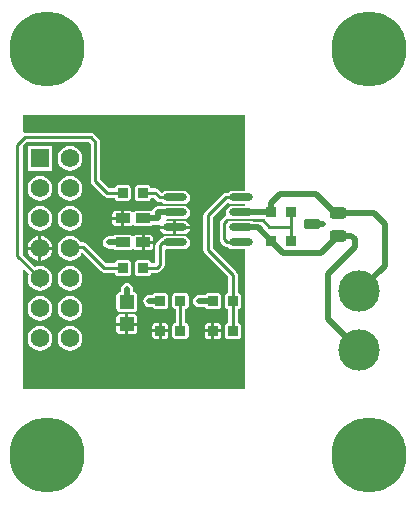
<source format=gtl>
%FSLAX24Y24*%
%MOIN*%
%SFA1B1*%

%IPPOS*%
%AMD10*
4,1,8,0.015000,0.017700,-0.015000,0.017700,-0.016700,0.016000,-0.016700,-0.016000,-0.015000,-0.017700,0.015000,-0.017700,0.016700,-0.016000,0.016700,0.016000,0.015000,0.017700,0.0*
1,1,0.003400,0.015000,0.016000*
1,1,0.003400,-0.015000,0.016000*
1,1,0.003400,-0.015000,-0.016000*
1,1,0.003400,0.015000,-0.016000*
%
%AMD12*
4,1,8,0.022000,0.015700,-0.022000,0.015700,-0.023600,0.014100,-0.023600,-0.014100,-0.022000,-0.015700,0.022000,-0.015700,0.023600,-0.014100,0.023600,0.014100,0.022000,0.015700,0.0*
1,1,0.003200,0.022000,0.014100*
1,1,0.003200,-0.022000,0.014100*
1,1,0.003200,-0.022000,-0.014100*
1,1,0.003200,0.022000,-0.014100*
%
%AMD13*
4,1,8,-0.024600,0.021200,-0.024600,-0.021200,-0.022200,-0.023600,0.022200,-0.023600,0.024600,-0.021200,0.024600,0.021200,0.022200,0.023600,-0.022200,0.023600,-0.024600,0.021200,0.0*
1,1,0.004800,-0.022200,0.021200*
1,1,0.004800,-0.022200,-0.021200*
1,1,0.004800,0.022200,-0.021200*
1,1,0.004800,0.022200,0.021200*
%
%AMD14*
4,1,8,-0.027500,0.008800,-0.027500,-0.008800,-0.018600,-0.017700,0.018600,-0.017700,0.027500,-0.008800,0.027500,0.008800,0.018600,0.017700,-0.018600,0.017700,-0.027500,0.008800,0.0*
1,1,0.017800,-0.018600,0.008800*
1,1,0.017800,-0.018600,-0.008800*
1,1,0.017800,0.018600,-0.008800*
1,1,0.017800,0.018600,0.008800*
%
%AMD15*
4,1,8,-0.027500,0.009900,-0.027500,-0.009900,-0.017700,-0.019700,0.017700,-0.019700,0.027500,-0.009900,0.027500,0.009900,0.017700,0.019700,-0.017700,0.019700,-0.027500,0.009900,0.0*
1,1,0.019600,-0.017700,0.009900*
1,1,0.019600,-0.017700,-0.009900*
1,1,0.019600,0.017700,-0.009900*
1,1,0.019600,0.017700,0.009900*
%
%AMD16*
4,1,8,-0.027500,0.009900,-0.027500,-0.009900,-0.017700,-0.019700,0.017700,-0.019700,0.027500,-0.009900,0.027500,0.009900,0.017700,0.019700,-0.017700,0.019700,-0.027500,0.009900,0.0*
1,1,0.019600,-0.017700,0.009900*
1,1,0.019600,-0.017700,-0.009900*
1,1,0.019600,0.017700,-0.009900*
1,1,0.019600,0.017700,0.009900*
%
G04~CAMADD=10~8~0.0~0.0~335.0~354.0~17.0~0.0~15~0.0~0.0~0.0~0.0~0~0.0~0.0~0.0~0.0~0~0.0~0.0~0.0~0.0~335.0~354.0*
%ADD10D10*%
%ADD11O,0.080000X0.024000*%
G04~CAMADD=12~8~0.0~0.0~472.0~315.0~16.0~0.0~15~0.0~0.0~0.0~0.0~0~0.0~0.0~0.0~0.0~0~0.0~0.0~0.0~0.0~472.0~315.0*
%ADD12D12*%
G04~CAMADD=13~8~0.0~0.0~472.0~492.0~24.0~0.0~15~0.0~0.0~0.0~0.0~0~0.0~0.0~0.0~0.0~0~0.0~0.0~0.0~90.0~492.0~472.0*
%ADD13D13*%
G04~CAMADD=14~8~0.0~0.0~354.0~551.0~89.0~0.0~15~0.0~0.0~0.0~0.0~0~0.0~0.0~0.0~0.0~0~0.0~0.0~0.0~90.0~550.0~353.0*
%ADD14D14*%
G04~CAMADD=15~8~0.0~0.0~394.0~551.0~98.0~0.0~15~0.0~0.0~0.0~0.0~0~0.0~0.0~0.0~0.0~0~0.0~0.0~0.0~90.0~550.0~393.0*
%ADD15D15*%
G04~CAMADD=16~8~0.0~0.0~394.0~551.0~98.0~0.0~15~0.0~0.0~0.0~0.0~0~0.0~0.0~0.0~0.0~0~0.0~0.0~0.0~90.0~550.0~393.0*
%ADD16D16*%
%ADD17C,0.010000*%
%ADD18C,0.020000*%
%ADD19C,0.006000*%
%ADD20C,0.062000*%
%ADD21R,0.062000X0.062000*%
%ADD22C,0.137800*%
%ADD23C,0.250000*%
%ADD24C,0.015000*%
%LNpcb-1*%
%LPD*%
G36*
X17650Y17874D02*
X17220D01*
X17134Y17857*
X17061Y17809*
X17058Y17803*
X17000*
X16941Y17791*
X16892Y17758*
X16292Y17158*
X16259Y17109*
X16247Y17050*
Y15900*
X16259Y15841*
X16292Y15792*
X17082Y15002*
Y14479*
X17039Y14470*
X17000Y14445*
X16974Y14406*
X16965Y14360*
Y14040*
X16974Y13994*
X17000Y13955*
X17039Y13930*
X17082Y13921*
Y13479*
X17039Y13470*
X17000Y13445*
X16974Y13406*
X16965Y13360*
Y13040*
X16974Y12994*
X17000Y12955*
X17039Y12930*
X17084Y12921*
X17385*
X17431Y12930*
X17469Y12955*
X17495Y12994*
X17504Y13040*
Y13360*
X17495Y13406*
X17469Y13445*
X17431Y13470*
X17388Y13479*
Y13921*
X17431Y13930*
X17469Y13955*
X17495Y13994*
X17504Y14040*
Y14360*
X17495Y14406*
X17469Y14445*
X17431Y14470*
X17388Y14479*
Y15065*
X17376Y15124*
X17343Y15173*
X16553Y15963*
Y16987*
X17058Y17492*
X17061Y17491*
X17134Y17443*
X17220Y17426*
X17650*
Y17374*
X17220*
X17134Y17357*
X17061Y17309*
X17013Y17236*
X16996Y17150*
X17007Y17095*
X16993Y17046*
X16975Y17030*
X16942Y17008*
X16842Y16908*
X16809Y16859*
X16797Y16800*
Y16250*
X16809Y16191*
X16842Y16142*
X16942Y16042*
X16991Y16009*
X17050Y15997*
X17058*
X17061Y15991*
X17134Y15943*
X17220Y15926*
X17650*
Y11250*
X10500*
X10250*
Y15218*
X10296Y15238*
X10423Y15111*
X10401Y15057*
X10386Y14950*
X10401Y14843*
X10442Y14743*
X10508Y14658*
X10593Y14592*
X10693Y14551*
X10800Y14536*
X10907Y14551*
X11007Y14592*
X11092Y14658*
X11158Y14743*
X11199Y14843*
X11214Y14950*
X11199Y15057*
X11158Y15157*
X11092Y15242*
X11007Y15308*
X10907Y15349*
X10800Y15364*
X10693Y15349*
X10639Y15327*
X10250Y15716*
Y19384*
X10363Y19497*
X12437*
X12497Y19437*
Y18200*
X12509Y18141*
X12542Y18092*
X12942Y17692*
X12991Y17659*
X13050Y17647*
X13286*
Y17640*
X13295Y17594*
X13321Y17555*
X13359Y17530*
X13405Y17521*
X13706*
X13752Y17530*
X13790Y17555*
X13816Y17594*
X13825Y17640*
Y17960*
X13816Y18006*
X13790Y18045*
X13752Y18070*
X13706Y18079*
X13405*
X13359Y18070*
X13321Y18045*
X13295Y18006*
X13286Y17960*
Y17953*
X13113*
X12803Y18263*
Y19500*
X12791Y19559*
X12758Y19608*
X12608Y19758*
X12559Y19791*
X12500Y19803*
X10300*
X10250Y19844*
Y20400*
X17650*
Y17874*
G37*
%LNpcb-2*%
%LPC*%
G36*
X11210Y19360D02*
X10390D01*
Y18540*
X11210*
Y19360*
G37*
G36*
X11800Y19364D02*
X11693Y19349D01*
X11593Y19308*
X11508Y19242*
X11442Y19157*
X11401Y19057*
X11386Y18950*
X11401Y18843*
X11442Y18743*
X11508Y18658*
X11593Y18592*
X11693Y18551*
X11800Y18536*
X11907Y18551*
X12007Y18592*
X12092Y18658*
X12158Y18743*
X12199Y18843*
X12214Y18950*
X12199Y19057*
X12158Y19157*
X12092Y19242*
X12007Y19308*
X11907Y19349*
X11800Y19364*
G37*
G36*
Y18364D02*
X11693Y18349D01*
X11593Y18308*
X11508Y18242*
X11442Y18157*
X11401Y18057*
X11386Y17950*
X11401Y17843*
X11442Y17743*
X11508Y17658*
X11593Y17592*
X11693Y17551*
X11800Y17536*
X11907Y17551*
X12007Y17592*
X12092Y17658*
X12158Y17743*
X12199Y17843*
X12214Y17950*
X12199Y18057*
X12158Y18157*
X12092Y18242*
X12007Y18308*
X11907Y18349*
X11800Y18364*
G37*
G36*
X10800D02*
X10693Y18349D01*
X10593Y18308*
X10508Y18242*
X10442Y18157*
X10401Y18057*
X10386Y17950*
X10401Y17843*
X10442Y17743*
X10508Y17658*
X10593Y17592*
X10693Y17551*
X10800Y17536*
X10907Y17551*
X11007Y17592*
X11092Y17658*
X11158Y17743*
X11199Y17843*
X11214Y17950*
X11199Y18057*
X11158Y18157*
X11092Y18242*
X11007Y18308*
X10907Y18349*
X10800Y18364*
G37*
G36*
X14375Y18079D02*
X14074D01*
X14029Y18070*
X13990Y18045*
X13964Y18006*
X13955Y17960*
Y17640*
X13964Y17594*
X13990Y17555*
X14029Y17530*
X14074Y17521*
X14375*
X14421Y17530*
X14460Y17555*
X14485Y17594*
X14494Y17640*
Y17647*
X14587*
X14692Y17542*
X14741Y17509*
X14800Y17497*
X14858*
X14861Y17491*
X14934Y17443*
X15020Y17426*
X15580*
X15666Y17443*
X15739Y17491*
X15787Y17564*
X15804Y17650*
X15787Y17736*
X15739Y17809*
X15666Y17857*
X15580Y17874*
X15020*
X14934Y17857*
X14861Y17809*
X14858Y17808*
X14758Y17908*
X14709Y17941*
X14650Y17953*
X14494*
Y17960*
X14485Y18006*
X14460Y18045*
X14421Y18070*
X14375Y18079*
G37*
G36*
X15580Y17374D02*
X15020D01*
X14934Y17357*
X14929Y17354*
X14750*
X14672Y17338*
X14606Y17294*
X14562Y17228*
X14561Y17227*
X14510Y17201*
X14465Y17210*
X14024*
X13979Y17201*
X13941Y17175*
X13928Y17157*
X13872*
X13859Y17175*
X13821Y17201*
X13776Y17210*
X13606*
Y16950*
Y16690*
X13776*
X13821Y16699*
X13859Y16725*
X13872Y16743*
X13928*
X13941Y16725*
X13979Y16699*
X14024Y16690*
X14465*
X14510Y16699*
X14548Y16725*
X14563Y16746*
X14750*
X14766Y16749*
X14807Y16706*
X14806Y16700*
X15250*
Y16874*
X15027*
X15013Y16880*
X15005Y16887*
X14996Y16904*
X15020Y16926*
X15580*
X15666Y16943*
X15739Y16991*
X15787Y17064*
X15804Y17150*
X15787Y17236*
X15739Y17309*
X15666Y17357*
X15580Y17374*
G37*
G36*
X13506Y17210D02*
X13335D01*
X13290Y17201*
X13252Y17175*
X13226Y17137*
X13217Y17092*
Y17000*
X13506*
Y17210*
G37*
G36*
X15580Y16874D02*
X15350D01*
Y16700*
X15794*
X15787Y16736*
X15739Y16809*
X15666Y16857*
X15580Y16874*
G37*
G36*
X13506Y16900D02*
X13217D01*
Y16808*
X13226Y16763*
X13252Y16725*
X13290Y16699*
X13335Y16690*
X13506*
Y16900*
G37*
G36*
X11800Y17364D02*
X11693Y17349D01*
X11593Y17308*
X11508Y17242*
X11442Y17157*
X11401Y17057*
X11386Y16950*
X11401Y16843*
X11442Y16743*
X11508Y16658*
X11593Y16592*
X11693Y16551*
X11800Y16536*
X11907Y16551*
X12007Y16592*
X12092Y16658*
X12158Y16743*
X12199Y16843*
X12214Y16950*
X12199Y17057*
X12158Y17157*
X12092Y17242*
X12007Y17308*
X11907Y17349*
X11800Y17364*
G37*
G36*
X10800D02*
X10693Y17349D01*
X10593Y17308*
X10508Y17242*
X10442Y17157*
X10401Y17057*
X10386Y16950*
X10401Y16843*
X10442Y16743*
X10508Y16658*
X10593Y16592*
X10693Y16551*
X10800Y16536*
X10907Y16551*
X11007Y16592*
X11092Y16658*
X11158Y16743*
X11199Y16843*
X11214Y16950*
X11199Y17057*
X11158Y17157*
X11092Y17242*
X11007Y17308*
X10907Y17349*
X10800Y17364*
G37*
G36*
X15794Y16600D02*
X15350D01*
Y16426*
X15580*
X15666Y16443*
X15739Y16491*
X15787Y16564*
X15794Y16600*
G37*
G36*
X15250D02*
X14806D01*
X14813Y16564*
X14861Y16491*
X14934Y16443*
X15020Y16426*
X15250*
Y16600*
G37*
G36*
X14194Y16410D02*
X14024D01*
X13979Y16401*
X13941Y16375*
X13928Y16357*
X13872*
X13859Y16375*
X13821Y16401*
X13776Y16410*
X13335*
X13290Y16401*
X13252Y16375*
X13237Y16354*
X13100*
X13022Y16338*
X12956Y16294*
X12912Y16228*
X12896Y16150*
X12912Y16072*
X12956Y16006*
X13022Y15962*
X13100Y15946*
X13237*
X13252Y15925*
X13290Y15899*
X13335Y15890*
X13776*
X13821Y15899*
X13859Y15925*
X13872Y15943*
X13928*
X13941Y15925*
X13979Y15899*
X14024Y15890*
X14194*
Y16150*
Y16410*
G37*
G36*
X14465D02*
X14294D01*
Y16200*
X14583*
Y16292*
X14574Y16337*
X14548Y16375*
X14510Y16401*
X14465Y16410*
G37*
G36*
X10850Y16357D02*
Y16000D01*
X11207*
X11199Y16057*
X11158Y16157*
X11092Y16242*
X11007Y16308*
X10907Y16349*
X10850Y16357*
G37*
G36*
X10750D02*
X10693Y16349D01*
X10593Y16308*
X10508Y16242*
X10442Y16157*
X10401Y16057*
X10393Y16000*
X10750*
Y16357*
G37*
G36*
X15580Y16374D02*
X15020D01*
X14934Y16357*
X14861Y16309*
X14851Y16294*
X14840Y16291*
X14790Y16258*
X14692Y16160*
X14659Y16110*
X14647Y16051*
Y15463*
X14637Y15453*
X14504*
Y15460*
X14495Y15506*
X14469Y15545*
X14431Y15570*
X14385Y15579*
X14084*
X14039Y15570*
X14000Y15545*
X13974Y15506*
X13965Y15460*
Y15140*
X13974Y15094*
X14000Y15055*
X14039Y15030*
X14084Y15021*
X14385*
X14431Y15030*
X14469Y15055*
X14495Y15094*
X14504Y15140*
Y15147*
X14700*
X14759Y15159*
X14808Y15192*
X14908Y15292*
X14941Y15341*
X14953Y15400*
Y15900*
X14992Y15931*
X15020Y15926*
X15580*
X15666Y15943*
X15739Y15991*
X15787Y16064*
X15804Y16150*
X15787Y16236*
X15739Y16309*
X15666Y16357*
X15580Y16374*
G37*
G36*
X14583Y16100D02*
X14294D01*
Y15890*
X14465*
X14510Y15899*
X14548Y15925*
X14574Y15963*
X14583Y16008*
Y16100*
G37*
G36*
X11207Y15900D02*
X10850D01*
Y15543*
X10907Y15551*
X11007Y15592*
X11092Y15658*
X11158Y15743*
X11199Y15843*
X11207Y15900*
G37*
G36*
X10750D02*
X10393D01*
X10401Y15843*
X10442Y15743*
X10508Y15658*
X10593Y15592*
X10693Y15551*
X10750Y15543*
Y15900*
G37*
G36*
X11800Y16364D02*
X11693Y16349D01*
X11593Y16308*
X11508Y16242*
X11442Y16157*
X11401Y16057*
X11386Y15950*
X11401Y15843*
X11442Y15743*
X11508Y15658*
X11593Y15592*
X11693Y15551*
X11800Y15536*
X11907Y15551*
X12007Y15592*
X12092Y15658*
X12158Y15743*
X12180Y15795*
X12229Y15805*
X12842Y15192*
X12891Y15159*
X12950Y15147*
X13296*
Y15140*
X13305Y15094*
X13331Y15055*
X13369Y15030*
X13415Y15021*
X13716*
X13761Y15030*
X13800Y15055*
X13826Y15094*
X13835Y15140*
Y15460*
X13826Y15506*
X13800Y15545*
X13761Y15570*
X13716Y15579*
X13415*
X13369Y15570*
X13331Y15545*
X13305Y15506*
X13296Y15460*
Y15453*
X13013*
X12358Y16108*
X12309Y16141*
X12250Y16153*
X12160*
X12158Y16157*
X12092Y16242*
X12007Y16308*
X11907Y16349*
X11800Y16364*
G37*
G36*
Y15364D02*
X11693Y15349D01*
X11593Y15308*
X11508Y15242*
X11442Y15157*
X11401Y15057*
X11386Y14950*
X11401Y14843*
X11442Y14743*
X11508Y14658*
X11593Y14592*
X11693Y14551*
X11800Y14536*
X11907Y14551*
X12007Y14592*
X12092Y14658*
X12158Y14743*
X12199Y14843*
X12214Y14950*
X12199Y15057*
X12158Y15157*
X12092Y15242*
X12007Y15308*
X11907Y15349*
X11800Y15364*
G37*
G36*
X16716Y14479D02*
X16415D01*
X16369Y14470*
X16331Y14445*
X16305Y14406*
X16304Y14404*
X16100*
X16022Y14388*
X15956Y14344*
X15912Y14278*
X15896Y14200*
X15912Y14122*
X15956Y14056*
X16022Y14012*
X16100Y13996*
X16304*
X16305Y13994*
X16331Y13955*
X16369Y13930*
X16415Y13921*
X16716*
X16761Y13930*
X16800Y13955*
X16826Y13994*
X16835Y14040*
Y14360*
X16826Y14406*
X16800Y14445*
X16761Y14470*
X16716Y14479*
G37*
G36*
X14966D02*
X14665D01*
X14619Y14470*
X14581Y14445*
X14555Y14406*
X14554Y14404*
X14450*
X14372Y14388*
X14306Y14344*
X14262Y14278*
X14246Y14200*
X14262Y14122*
X14306Y14056*
X14372Y14012*
X14450Y13996*
X14554*
X14555Y13994*
X14581Y13955*
X14619Y13930*
X14665Y13921*
X14966*
X15011Y13930*
X15050Y13955*
X15076Y13994*
X15085Y14040*
Y14360*
X15076Y14406*
X15050Y14445*
X15011Y14470*
X14966Y14479*
G37*
G36*
X13700Y14804D02*
X13622Y14788D01*
X13556Y14744*
X13512Y14678*
X13496Y14600*
Y14513*
X13478*
X13429Y14503*
X13388Y14476*
X13361Y14435*
X13352Y14387*
Y13961*
X13361Y13913*
X13388Y13872*
X13429Y13845*
X13478Y13835*
X13922*
X13971Y13845*
X14012Y13872*
X14039Y13913*
X14048Y13961*
Y14387*
X14039Y14435*
X14012Y14476*
X13971Y14503*
X13922Y14513*
X13904*
Y14600*
X13888Y14678*
X13844Y14744*
X13778Y14788*
X13700Y14804*
G37*
G36*
X11800Y14364D02*
X11693Y14349D01*
X11593Y14308*
X11508Y14242*
X11442Y14157*
X11401Y14057*
X11386Y13950*
X11401Y13843*
X11442Y13743*
X11508Y13658*
X11593Y13592*
X11693Y13551*
X11800Y13536*
X11907Y13551*
X12007Y13592*
X12092Y13658*
X12158Y13743*
X12199Y13843*
X12214Y13950*
X12199Y14057*
X12158Y14157*
X12092Y14242*
X12007Y14308*
X11907Y14349*
X11800Y14364*
G37*
G36*
X10800D02*
X10693Y14349D01*
X10593Y14308*
X10508Y14242*
X10442Y14157*
X10401Y14057*
X10386Y13950*
X10401Y13843*
X10442Y13743*
X10508Y13658*
X10593Y13592*
X10693Y13551*
X10800Y13536*
X10907Y13551*
X11007Y13592*
X11092Y13658*
X11158Y13743*
X11199Y13843*
X11214Y13950*
X11199Y14057*
X11158Y14157*
X11092Y14242*
X11007Y14308*
X10907Y14349*
X10800Y14364*
G37*
G36*
X13922Y13765D02*
X13750D01*
Y13476*
X14048*
Y13639*
X14039Y13687*
X14012Y13728*
X13971Y13755*
X13922Y13765*
G37*
G36*
X13650D02*
X13478D01*
X13429Y13755*
X13388Y13728*
X13361Y13687*
X13352Y13639*
Y13476*
X13650*
Y13765*
G37*
G36*
X16716Y13479D02*
X16615D01*
Y13250*
X16835*
Y13360*
X16826Y13406*
X16800Y13445*
X16761Y13470*
X16716Y13479*
G37*
G36*
X14966D02*
X14865D01*
Y13250*
X15085*
Y13360*
X15076Y13406*
X15050Y13445*
X15011Y13470*
X14966Y13479*
G37*
G36*
X14765D02*
X14665D01*
X14619Y13470*
X14581Y13445*
X14555Y13406*
X14546Y13360*
Y13250*
X14765*
Y13479*
G37*
G36*
X16515D02*
X16415D01*
X16369Y13470*
X16331Y13445*
X16305Y13406*
X16296Y13360*
Y13250*
X16515*
Y13479*
G37*
G36*
X14048Y13376D02*
X13750D01*
Y13087*
X13922*
X13971Y13097*
X14012Y13124*
X14039Y13165*
X14048Y13213*
Y13376*
G37*
G36*
X13650D02*
X13352D01*
Y13213*
X13361Y13165*
X13388Y13124*
X13429Y13097*
X13478Y13087*
X13650*
Y13376*
G37*
G36*
X16835Y13150D02*
X16615D01*
Y12921*
X16716*
X16761Y12930*
X16800Y12955*
X16826Y12994*
X16835Y13040*
Y13150*
G37*
G36*
X16515D02*
X16296D01*
Y13040*
X16305Y12994*
X16331Y12955*
X16369Y12930*
X16415Y12921*
X16515*
Y13150*
G37*
G36*
X15635Y14479D02*
X15334D01*
X15289Y14470*
X15250Y14445*
X15224Y14406*
X15215Y14360*
Y14040*
X15224Y13994*
X15250Y13955*
X15289Y13930*
X15332Y13921*
Y13479*
X15289Y13470*
X15250Y13445*
X15224Y13406*
X15215Y13360*
Y13040*
X15224Y12994*
X15250Y12955*
X15289Y12930*
X15334Y12921*
X15635*
X15681Y12930*
X15719Y12955*
X15745Y12994*
X15754Y13040*
Y13360*
X15745Y13406*
X15719Y13445*
X15681Y13470*
X15638Y13479*
Y13921*
X15681Y13930*
X15719Y13955*
X15745Y13994*
X15754Y14040*
Y14360*
X15745Y14406*
X15719Y14445*
X15681Y14470*
X15635Y14479*
G37*
G36*
X15085Y13150D02*
X14865D01*
Y12921*
X14966*
X15011Y12930*
X15050Y12955*
X15076Y12994*
X15085Y13040*
Y13150*
G37*
G36*
X14765D02*
X14546D01*
Y13040*
X14555Y12994*
X14581Y12955*
X14619Y12930*
X14665Y12921*
X14765*
Y13150*
G37*
G36*
X11800Y13364D02*
X11693Y13349D01*
X11593Y13308*
X11508Y13242*
X11442Y13157*
X11401Y13057*
X11386Y12950*
X11401Y12843*
X11442Y12743*
X11508Y12658*
X11593Y12592*
X11693Y12551*
X11800Y12536*
X11907Y12551*
X12007Y12592*
X12092Y12658*
X12158Y12743*
X12199Y12843*
X12214Y12950*
X12199Y13057*
X12158Y13157*
X12092Y13242*
X12007Y13308*
X11907Y13349*
X11800Y13364*
G37*
G36*
X10800D02*
X10693Y13349D01*
X10593Y13308*
X10508Y13242*
X10442Y13157*
X10401Y13057*
X10386Y12950*
X10401Y12843*
X10442Y12743*
X10508Y12658*
X10593Y12592*
X10693Y12551*
X10800Y12536*
X10907Y12551*
X11007Y12592*
X11092Y12658*
X11158Y12743*
X11199Y12843*
X11214Y12950*
X11199Y13057*
X11158Y13157*
X11092Y13242*
X11007Y13308*
X10907Y13349*
X10800Y13364*
G37*
%LNpcb-3*%
%LPD*%
G54D10*
X18515Y16200D03*
X19185D03*
X14235Y15300D03*
X13565D03*
X14225Y17800D03*
X13556D03*
X15485Y13200D03*
X14815D03*
X17235D03*
X16565D03*
X14815Y14200D03*
X15485D03*
X16565D03*
X17235D03*
X19185Y17150D03*
X18515D03*
G54D11*
X17500Y17650D03*
Y17150D03*
Y16650D03*
Y16150D03*
X15300D03*
Y16650D03*
Y17150D03*
Y17650D03*
G54D12*
X13556Y16950D03*
X14244D03*
Y16150D03*
X13556D03*
G54D13*
X13700Y14174D03*
Y13426D03*
G54D14*
X19867Y16750D03*
G54D15*
X20733Y17124D03*
G54D16*
X20733Y16376D03*
G54D17*
X13050Y17800D02*
X13556D01*
X12650Y18200D02*
X13050Y17800D01*
X12650Y18200D02*
Y19500D01*
X19867Y16750D02*
Y16823D01*
X14800Y17650D02*
X15300D01*
X14650Y17800D02*
X14800Y17650D01*
X14225Y17800D02*
X14650D01*
X20250Y16750D02*
D01*
X18444Y16675D02*
X19185D01*
Y16200D02*
Y16675D01*
Y17150*
X18219Y16900D02*
X18444Y16675D01*
X17912Y16900D02*
X18219D01*
X16950Y16800D02*
X17050Y16900D01*
X17000Y17650D02*
X17500D01*
X16400Y17050D02*
X17000Y17650D01*
X16400Y15900D02*
Y17050D01*
Y15900D02*
X17235Y15065D01*
Y13400D02*
Y15065D01*
Y13200D02*
Y14200D01*
X15485Y13200D02*
Y14200D01*
X12500Y19650D02*
X12650Y19500D01*
X10300Y19650D02*
X12500D01*
X10050Y19400D02*
X10300Y19650D01*
X10050Y15700D02*
Y19400D01*
Y15700D02*
X10800Y14950D01*
Y14700D02*
Y14950D01*
X11800Y15950D02*
X11850Y16000D01*
X16950Y16250D02*
Y16800D01*
Y16250D02*
X17050Y16150D01*
X17500*
X14235Y15300D02*
X14700D01*
X12950D02*
X13565D01*
X12250Y16000D02*
X12950Y15300D01*
X11850Y16000D02*
X12250D01*
X14700Y15300D02*
X14800Y15400D01*
Y16051*
X14899Y16150D02*
X15300D01*
X14800Y16051D02*
X14899Y16150D01*
G54D18*
X20400Y15100D02*
X21300Y16000D01*
X20400Y13600D02*
Y15100D01*
Y13600D02*
X21450Y12550D01*
X20733Y16376D02*
X21174D01*
X21300Y16250*
Y16000D02*
Y16250D01*
X20733Y17124D02*
X21926D01*
X22300Y16750*
Y15368D02*
Y16750D01*
X21450Y14519D02*
X22300Y15368D01*
X20626Y17124D02*
X20733D01*
X20000Y17750D02*
X20626Y17124D01*
X18800Y17750D02*
X20000D01*
X18515Y17465D02*
X18800Y17750D01*
X18515Y17150D02*
Y17465D01*
X17500Y17150D02*
X18515D01*
X20157Y15800D02*
X20733Y16376D01*
X18900Y15800D02*
X20157D01*
X18515Y16185D02*
X18900Y15800D01*
X18515Y16185D02*
Y16200D01*
X18065Y16650D02*
X18515Y16200D01*
X17500Y16650D02*
X18065D01*
X13700Y14174D02*
Y14600D01*
X14450Y14200D02*
X14815D01*
X16100D02*
X16565D01*
X19867Y16750D02*
X20250D01*
X14750Y17150D02*
X15300D01*
X14244Y16950D02*
X14750D01*
Y17150*
X13100Y16150D02*
X13556D01*
G54D19*
X17050Y16900D02*
X17912D01*
G54D20*
X10800Y17950D03*
Y16950D03*
X11800Y17950D03*
X10800Y12950D03*
X11800D03*
X10800Y13950D03*
X11800D03*
X10800Y14950D03*
X11800D03*
X10800Y15950D03*
X11800D03*
Y16950D03*
Y18950D03*
G54D21*
X10800Y18950D03*
G54D22*
X21450Y12550D03*
Y14519D03*
G54D23*
X11050Y9050D03*
X21785D03*
Y22600D03*
X11050D03*
G54D24*
X20250Y16750D03*
X16100Y14200D03*
X13700Y14600D03*
X14750Y16950D03*
Y17150D03*
X14450Y14200D03*
X13100Y16150D03*
M02*
</source>
